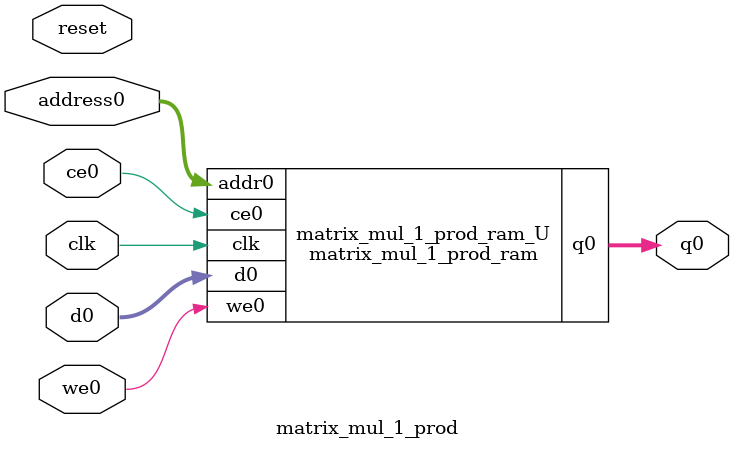
<source format=v>
`timescale 1 ns / 1 ps
module matrix_mul_1_prod_ram (addr0, ce0, d0, we0, q0,  clk);

parameter DWIDTH = 32;
parameter AWIDTH = 6;
parameter MEM_SIZE = 64;

input[AWIDTH-1:0] addr0;
input ce0;
input[DWIDTH-1:0] d0;
input we0;
output reg[DWIDTH-1:0] q0;
input clk;

(* ram_style = "block" *)reg [DWIDTH-1:0] ram[0:MEM_SIZE-1];




always @(posedge clk)  
begin 
    if (ce0) begin
        if (we0) 
            ram[addr0] <= d0; 
        q0 <= ram[addr0];
    end
end


endmodule

`timescale 1 ns / 1 ps
module matrix_mul_1_prod(
    reset,
    clk,
    address0,
    ce0,
    we0,
    d0,
    q0);

parameter DataWidth = 32'd32;
parameter AddressRange = 32'd64;
parameter AddressWidth = 32'd6;
input reset;
input clk;
input[AddressWidth - 1:0] address0;
input ce0;
input we0;
input[DataWidth - 1:0] d0;
output[DataWidth - 1:0] q0;



matrix_mul_1_prod_ram matrix_mul_1_prod_ram_U(
    .clk( clk ),
    .addr0( address0 ),
    .ce0( ce0 ),
    .we0( we0 ),
    .d0( d0 ),
    .q0( q0 ));

endmodule


</source>
